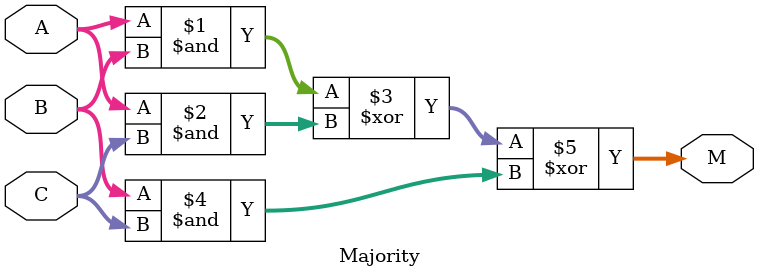
<source format=v>
module Majority (
    input  wire [31:0] A,  // Đầu vào thứ nhất
    input  wire [31:0] B,  // Đầu vào thứ hai
    input  wire [31:0] C,  // Đầu vào thứ ba
    output wire [31:0] M   // Kết quả đầu ra
);

    // Tính giá trị Majority theo định nghĩa
    assign M = (A & B) ^ (A & C) ^ (B & C);

endmodule
</source>
